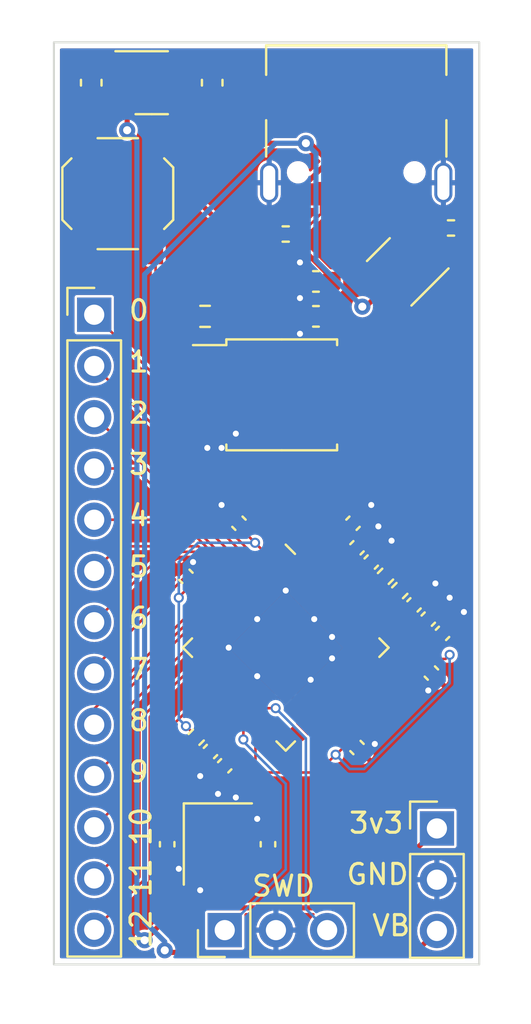
<source format=kicad_pcb>
(kicad_pcb (version 20221018) (generator pcbnew)
  (title_block (title "RP2040-base example") (date "2023-07-30") (rev "0.9") (company "https://github.com/TT-392/RP2040-base-example"))
  (layers (0 "F.Cu" signal) (31 "B.Cu" signal) (34 "B.Paste" user) (35 "F.Paste" user) (36 "B.SilkS" user "B.Silkscreen") (37 "F.SilkS" user "F.Silkscreen") (38 "B.Mask" user) (39 "F.Mask" user) (44 "Edge.Cuts" user))
  (net 0 "")
  (net 1 "/RP2040-base/1V1")
  (net 2 "/RP2040-base/XIN")
  (net 3 "GND")
  (net 4 "/RP2040-base/USB_D+")
  (net 5 "+3V3")
  (net 6 "/RP2040-base/USB_D-")
  (net 7 "Net-(C16-Pad1)")
  (net 8 "/RP2040-base/QSPI_SS")
  (net 9 "/RP2040-base/~{USB_BOOT}")
  (net 10 "/RP2040-base/XOUT")
  (net 11 "/RP2040-base/QSPI_SD1")
  (net 12 "/RP2040-base/QSPI_SD2")
  (net 13 "/RP2040-base/QSPI_SD0")
  (net 14 "/RP2040-base/QSPI_SCLK")
  (net 15 "/RP2040-base/QSPI_SD3")
  (net 16 "/RP2040-base/GPIO0")
  (net 17 "/RP2040-base/GPIO1")
  (net 18 "/RP2040-base/GPIO2")
  (net 19 "/RP2040-base/GPIO3")
  (net 20 "/RP2040-base/GPIO4")
  (net 21 "/RP2040-base/GPIO5")
  (net 22 "/RP2040-base/GPIO6")
  (net 23 "/RP2040-base/GPIO7")
  (net 24 "/RP2040-base/GPIO8")
  (net 25 "/RP2040-base/GPIO9")
  (net 26 "/RP2040-base/GPIO10")
  (net 27 "/RP2040-base/GPIO11")
  (net 28 "/RP2040-base/GPIO12")
  (net 29 "/RP2040-base/GPIO13")
  (net 30 "/RP2040-base/GPIO14")
  (net 31 "/RP2040-base/GPIO15")
  (net 32 "/RP2040-base/SWCLK")
  (net 33 "/RP2040-base/SWD")
  (net 34 "/RP2040-base/GPIO16")
  (net 35 "/RP2040-base/GPIO17")
  (net 36 "/RP2040-base/GPIO18")
  (net 37 "/RP2040-base/GPIO19")
  (net 38 "/RP2040-base/GPIO20")
  (net 39 "/RP2040-base/GPIO21")
  (net 40 "/RP2040-base/GPIO22")
  (net 41 "/RP2040-base/GPIO23")
  (net 42 "/RP2040-base/GPIO24")
  (net 43 "/RP2040-base/GPIO25")
  (net 44 "VBUS")
  (net 45 "/RP2040-base/GPIO29")
  (net 46 "/RP2040-base/GPIO28")
  (net 47 "/RP2040-base/GPIO27")
  (net 48 "/RP2040-base/GPIO26")
  (net 49 "Net-(U3-USB_DP)")
  (net 50 "Net-(U3-USB_DM)")
  (net 51 "Net-(J3-CC1)")
  (net 53 "Net-(J3-CC2)")
  (footprint "RP2040_base:YSX321SL, datasheet recommended measurements" (layer "F.Cu") (at 68.62003 81.743931 -90)
    (fp_text reference "Y1" hide)
    (fp_text value "X322512MSB4SI")
  )
  (footprint "Capacitor_SMD:C_0402_1005Metric" (layer "F.Cu") (at 71.12003 81.743931 90)
    (fp_text reference "C16" hide)
    (fp_text value "30p")
  )
  (footprint "footprints:SOT-23-6_flipped_for_jlcpcb" (layer "F.Cu") (at 77.7 53.375 45)
    (fp_text reference "U2" hide)
    (fp_text value "SRV05-4")
  )
  (footprint "Capacitor_SMD:C_0402_1005Metric" (layer "F.Cu") (at 79.071068 70.585786 45)
    (fp_text reference "C14" hide)
    (fp_text value "1u")
  )
  (footprint "Capacitor_SMD:C_0603_1608Metric" (layer "F.Cu") (at 73.5 53.85 180)
    (fp_text reference "C17" hide)
    (fp_text value "100n")
  )
  (footprint "Capacitor_SMD:C_0603_1608Metric" (layer "F.Cu") (at 68.353827 44 -90)
    (fp_text reference "C1" hide)
    (fp_text value "1u")
  )
  (footprint "Capacitor_SMD:C_0402_1005Metric" (layer "F.Cu") (at 75.535534 67.050253 45)
    (fp_text reference "C11" hide)
    (fp_text value "100n")
  )
  (footprint "Capacitor_SMD:C_0402_1005Metric" (layer "F.Cu") (at 66.12003 81.743931 -90)
    (fp_text reference "C15" hide)
    (fp_text value "30p")
  )
  (footprint "Capacitor_SMD:C_0402_1005Metric" (layer "F.Cu") (at 68.973583 77.854844 -135)
    (fp_text reference "C3" hide)
    (fp_text value "100n")
  )
  (footprint "Connector_PinHeader_2.54mm:PinHeader_1x13_P2.54mm_Vertical" (layer "F.Cu") (at 62.5 55.5)
    (fp_text reference "J2" hide)
    (fp_text value "Conn_01x13")
  )
  (footprint "Capacitor_SMD:C_0402_1005Metric" (layer "F.Cu") (at 75.337544 65.834029 45)
    (fp_text reference "C4" hide)
    (fp_text value "100n")
  )
  (footprint "footprints:SOT-23-3_flipped_for_jlcpcb" (layer "F.Cu") (at 65.353827 44 180)
    (fp_text reference "U1" hide)
    (fp_text value "XC6206P332MR")
  )
  (footprint "Capacitor_SMD:C_0402_1005Metric" (layer "F.Cu") (at 67.050253 68.464466 135)
    (fp_text reference "C7" hide)
    (fp_text value "100n")
  )
  (footprint "RP2040_base:TS-1187A" (layer "F.Cu") (at 63.670282 49.5 90)
    (fp_text reference "SW1" hide)
    (fp_text value "SW_Push")
  )
  (footprint "Resistor_SMD:R_0402_1005Metric" (layer "F.Cu") (at 72 51.5 180)
    (fp_text reference "R2" hide)
    (fp_text value "5k1")
  )
  (footprint "Resistor_SMD:R_0402_1005Metric" (layer "F.Cu") (at 77.656854 69.171573 -135)
    (fp_text reference "R4" hide)
    (fp_text value "27")
  )
  (footprint "footprints:GT-USB-7047C" (layer "F.Cu") (at 75.5 46.99 180)
    (fp_text reference "J3" hide)
    (fp_text value "GT-USB-7047C")
  )
  (footprint "Capacitor_SMD:C_0402_1005Metric" (layer "F.Cu") (at 68.266476 77.147737 -135)
    (fp_text reference "C8" hide)
    (fp_text value "100n")
  )
  (footprint "Connector_PinHeader_2.54mm:PinHeader_1x03_P2.54mm_Vertical" (layer "F.Cu") (at 68.975 86 90)
    (fp_text reference "SWD1" hide)
    (fp_text value "Conn_01x03")
  )
  (footprint "RP2040_base:SOIC-8_5.275x5.275mm_P1.27mm" (layer "F.Cu") (at 71.80201 59.470068 -90)
    (fp_text reference "U4" hide)
    (fp_text value "W25QXXXJV")
  )
  (footprint "Capacitor_SMD:C_0402_1005Metric" (layer "F.Cu") (at 76.242641 67.757359 45)
    (fp_text reference "C12" hide)
    (fp_text value "100n")
  )
  (footprint "Resistor_SMD:R_0402_1005Metric" (layer "F.Cu") (at 80.2 51.2)
    (fp_text reference "R1" hide)
    (fp_text value "5k1")
  )
  (footprint "Capacitor_SMD:C_0402_1005Metric" (layer "F.Cu") (at 79.778175 71.292893 45)
    (fp_text reference "C5" hide)
    (fp_text value "100n")
  )
  (footprint "Capacitor_SMD:C_0402_1005Metric" (layer "F.Cu") (at 69.68069 65.834029 135)
    (fp_text reference "C6" hide)
    (fp_text value "100n")
  )
  (footprint "Capacitor_SMD:C_0402_1005Metric" (layer "F.Cu") (at 79.226631 73.25865 -45)
    (fp_text reference "C10" hide)
    (fp_text value "100n")
  )
  (footprint "Resistor_SMD:R_0402_1005Metric" (layer "F.Cu") (at 76.949747 68.464466 -135)
    (fp_text reference "R3" hide)
    (fp_text value "27")
  )
  (footprint "Capacitor_SMD:C_0402_1005Metric" (layer "F.Cu") (at 78.363961 69.87868 45)
    (fp_text reference "C13" hide)
    (fp_text value "1u")
  )
  (footprint "Package_DFN_QFN:QFN-56-1EP_7x7mm_P0.4mm_EP3.2x3.2mm" (layer "F.Cu") (at 72 72 -45)
    (fp_text reference "U3" hide)
    (fp_text value "RP2040")
  )
  (footprint "Capacitor_SMD:C_0402_1005Metric" (layer "F.Cu") (at 75.535534 76.949747 -45)
    (fp_text reference "C9" hide)
    (fp_text value "100n")
  )
  (footprint "Capacitor_SMD:C_0603_1608Metric" (layer "F.Cu") (at 73.5 55.580981 180)
    (fp_text reference "C18" hide)
    (fp_text value "10n")
  )
  (footprint "Resistor_SMD:R_0402_1005Metric" (layer "F.Cu") (at 67.559369 76.440631 -135)
    (fp_text reference "R5" hide)
    (fp_text value "1k")
  )
  (footprint "Capacitor_SMD:C_0603_1608Metric" (layer "F.Cu") (at 62.353827 44 90)
    (fp_text reference "C2" hide)
    (fp_text value "1u")
  )
  (footprint "Resistor_SMD:R_0603_1608Metric" (layer "F.Cu") (at 68 55.580981 180)
    (fp_text reference "R6" hide)
    (fp_text value "1k")
  )
  (footprint "Connector_PinHeader_2.54mm:PinHeader_1x03_P2.54mm_Vertical" (layer "F.Cu") (at 79.5 80.96)
    (fp_text reference "J1" hide)
    (fp_text value "Conn_01x03")
  )
  (gr_rect (start 60.5 42) (end 81.6 87.7) (stroke (width 0.1)) (fill none) (layer "Edge.Cuts"))
  (gr_text "12" (at 65.405 86.995 90) (layer "F.SilkS") (effects (font (size 1 1) (thickness 0.153)) (justify left bottom)))
  (gr_text "8\n" (at 64.135 76.2) (layer "F.SilkS") (effects (font (size 1 1) (thickness 0.153)) (justify left bottom)))
  (gr_text "2" (at 64.135 60.96) (layer "F.SilkS") (effects (font (size 1 1) (thickness 0.153)) (justify left bottom)))
  (gr_text "1" (at 64.135 58.42) (layer "F.SilkS") (effects (font (size 1 1) (thickness 0.153)) (justify left bottom)))
  (gr_text "GND" (at 74.93 83.82) (layer "F.SilkS") (effects (font (size 1 1) (thickness 0.153)) (justify left bottom)))
  (gr_text "5" (at 64.135 68.58) (layer "F.SilkS") (effects (font (size 1 1) (thickness 0.153)) (justify left bottom)))
  (gr_text "10" (at 65.405 81.915 90) (layer "F.SilkS") (effects (font (size 1 1) (thickness 0.153)) (justify left bottom)))
  (gr_text "VB" (at 76.2 86.36) (layer "F.SilkS") (effects (font (size 1 1) (thickness 0.153)) (justify left bottom)))
  (gr_text "3" (at 64.135 63.5) (layer "F.SilkS") (effects (font (size 1 1) (thickness 0.153)) (justify left bottom)))
  (gr_text "SWD\n" (at 70.245 84.4) (layer "F.SilkS") (effects (font (size 1 1) (thickness 0.153)) (justify left bottom)))
  (gr_text "4" (at 64.135 66.04) (layer "F.SilkS") (effects (font (size 1 1) (thickness 0.153)) (justify left bottom)))
  (gr_text "0" (at 64.135 55.88) (layer "F.SilkS") (effects (font (size 1 1) (thickness 0.153)) (justify left bottom)))
  (gr_text "11" (at 65.405 84.455 90) (layer "F.SilkS") (effects (font (size 1 1) (thickness 0.153)) (justify left bottom)))
  (gr_text "9\n" (at 64.135 78.74) (layer "F.SilkS") (effects (font (size 1 1) (thickness 0.153)) (justify left bottom)))
  (gr_text "7" (at 64.135 73.66) (layer "F.SilkS") (effects (font (size 1 1) (thickness 0.153)) (justify left bottom)))
  (gr_text "3v3" (at 75.057 81.28) (layer "F.SilkS") (effects (font (size 1 1) (thickness 0.153)) (justify left bottom)))
  (gr_text "6" (at 64.135 71.12) (layer "F.SilkS") (effects (font (size 1 1) (thickness 0.153)) (justify left bottom)))
  (segment (start 75.436456 71.109129) (end 75.082362 71.109129) (width 0.127) (layer "F.Cu") (net 1))
  (segment (start 74.568225 69.148933) (end 74.289258 69.427899) (width 0.127) (layer "F.Cu") (net 1))
  (segment (start 73.06066 74.474874) (end 75.082362 72.453172) (width 0.127) (layer "F.Cu") (net 1))
  (segment (start 74.998133 66.17344) (end 74.568225 66.603348) (width 0.127) (layer "F.Cu") (net 1))
  (segment (start 74.022242 70.049009) (end 74.022242 69.694915) (width 0.127) (layer "F.Cu") (net 1))
  (segment (start 76.327494 70.218091) (end 75.703472 70.842113) (width 0.127) (layer "F.Cu") (net 1))
  (segment (start 75.082362 71.109129) (end 74.022242 70.049009) (width 0.127) (layer "F.Cu") (net 1))
  (segment (start 69.312994 75.535534) (end 69.993585 74.854944) (width 0.127) (layer "F.Cu") (net 1))
  (segment (start 70.373654 74.474874) (end 73.06066 74.474874) (width 0.127) (layer "F.Cu") (net 1))
  (segment (start 69.993585 74.854944) (end 70.373654 74.474874) (width 0.127) (layer "F.Cu") (net 1))
  (segment (start 74.568225 66.603348) (end 74.568225 69.148933) (width 0.127) (layer "F.Cu") (net 1))
  (segment (start 74.022242 69.694915) (end 74.289258 69.427899) (width 0.127) (layer "F.Cu") (net 1))
  (segment (start 75.703472 70.842113) (end 75.436456 71.109129) (width 0.127) (layer "F.Cu") (net 1))
  (segment (start 78.02455 70.218091) (end 76.327494 70.218091) (width 0.127) (layer "F.Cu") (net 1))
  (segment (start 75.082362 72.453172) (end 75.082362 71.109129) (width 0.127) (layer "F.Cu") (net 1))
  (segment (start 69.312994 77.515433) (end 69.312994 75.535534) (width 0.127) (layer "F.Cu") (net 1))
  (segment (start 68 80.78695) (end 66.166369 78.953319) (width 0.127) (layer "F.Cu") (net 2))
  (segment (start 66.12003 81.263932) (end 68 81.263932) (width 0.127) (layer "F.Cu") (net 2))
  (segment (start 68 81.263932) (end 68 80.78695) (width 0.127) (layer "F.Cu") (net 2))
  (segment (start 67.863425 75.288047) (end 69.145056 74.006415) (width 0.127) (layer "F.Cu") (net 2))
  (segment (start 66.166369 78.953319) (end 66.166369 76.065864) (width 0.127) (layer "F.Cu") (net 2))
  (segment (start 66.166369 76.065864) (end 66.944187 75.288047) (width 0.127) (layer "F.Cu") (net 2))
  (segment (start 66.944187 75.288047) (end 67.863425 75.288047) (width 0.127) (layer "F.Cu") (net 2))
  (segment (start 75.874945 66.710842) (end 75.874946 66.710842) (width 0.254) (layer "F.Cu") (net 3))
  (via (at 67.757359 84.020815) (size 0.5) (drill 0.3) (layers "F.Cu" "B.Cu") (net 3))
  (via (at 73.414214 70.585786) (size 0.5) (drill 0.3) (layers "F.Cu" "B.Cu") (net 3))
  (via (at 74.298097 72.53033) (size 0.5) (drill 0.3) (layers "F.Cu" "B.Cu") (net 3))
  (via (at 80.131728 69.525126) (size 0.5) (drill 0.3) (layers "F.Cu" "B.Cu") (net 3))
  (via (at 69.525126 61.393398) (size 0.5) (drill 0.3) (layers "F.Cu" "B.Cu") (net 3))
  (via (at 68.641243 79.247845) (size 0.5) (drill 0.3) (layers "F.Cu" "B.Cu") (net 3))
  (via (at 76.419417 76.772971) (size 0.5) (drill 0.3) (layers "F.Cu" "B.Cu") (net 3))
  (via (at 77.25 66.7) (size 0.5) (drill 0.3) (layers "F.Cu" "B.Cu") (net 3))
  (via (at 69.171573 72) (size 0.5) (drill 0.3) (layers "F.Cu" "B.Cu") (net 3))
  (via (at 69.525126 79.424621) (size 0.5) (drill 0.3) (layers "F.Cu" "B.Cu") (net 3))
  (via (at 74.298097 71.46967) (size 0.5) (drill 0.3) (layers "F.Cu" "B.Cu") (net 3))
  (via (at 79.424621 68.818019) (size 0.5) (drill 0.3) (layers "F.Cu" "B.Cu") (net 3))
  (via (at 72.707107 56.443651) (size 0.5) (drill 0.3) (layers "F.Cu" "B.Cu") (net 3))
  (via (at 79.071068 74.12132) (size 0.5) (drill 0.3) (layers "F.Cu" "B.Cu") (net 3))
  (via (at 68.818019 62.100505) (size 0.5) (drill 0.3) (layers "F.Cu" "B.Cu") (net 3))
  (via (at 68.818019 64.928932) (size 0.5) (drill 0.3) (layers "F.Cu" "B.Cu") (net 3))
  (via (at 70.585786 80.485281) (size 0.5) (drill 0.3) (layers "F.Cu" "B.Cu") (net 3))
  (via (at 72.707107 54.675884) (size 0.5) (drill 0.3) (layers "F.Cu" "B.Cu") (net 3))
  (via (at 72.707107 52.908117) (size 0.5) (drill 0.3) (layers "F.Cu" "B.Cu") (net 3))
  (via (at 73.237437 73.59099) (size 0.5) (drill 0.3) (layers "F.Cu" "B.Cu") (net 3))
  (via (at 70.585786 70.585786) (size 0.5) (drill 0.3) (layers "F.Cu" "B.Cu") (net 3))
  (via (at 67.757359 78.363961) (size 0.5) (drill 0.3) (layers "F.Cu" "B.Cu") (net 3))
  (via (at 66.696699 82.960155) (size 0.5) (drill 0.3) (layers "F.Cu" "B.Cu") (net 3))
  (via (at 67.403806 67.757359) (size 0.5) (drill 0.3) (layers "F.Cu" "B.Cu") (net 3))
  (via (at 68.110913 62.100505) (size 0.5) (drill 0.3) (layers "F.Cu" "B.Cu") (net 3))
  (via (at 76.596194 65.989592) (size 0.5) (drill 0.3) (layers "F.Cu" "B.Cu") (net 3))
  (via (at 80.838835 70.232233) (size 0.5) (drill 0.3) (layers "F.Cu" "B.Cu") (net 3))
  (via (at 72 69.171573) (size 0.5) (drill 0.3) (layers "F.Cu" "B.Cu") (net 3))
  (via (at 70.585786 73.414214) (size 0.5) (drill 0.3) (layers "F.Cu" "B.Cu") (net 3))
  (via (at 76.242641 64.928932) (size 0.5) (drill 0.3) (layers "F.Cu" "B.Cu") (net 3))
  (segment (start 78.17538 54.676085) (end 77.467417 54.676085) (width 0.127) (layer "F.Cu") (net 4))
  (segment (start 74.75 51.25) (end 74.75 49.5) (width 0.127) (layer "F.Cu") (net 4))
  (segment (start 77.8 53.775) (end 76.270353 52.245353) (width 0.127) (layer "F.Cu") (net 4))
  (segment (start 75.05 51.55) (end 74.75 51.25) (width 0.127) (layer "F.Cu") (net 4))
  (segment (start 78.6365 55.137205) (end 78.6365 66.249286) (width 1) (layer "F.Cu") (net 4))
  (segment (start 77.8 54.343502) (end 77.8 53.775) (width 0.127) (layer "F.Cu") (net 4))
  (segment (start 78.343607 66.956393) (end 77.568255 67.731745) (width 1) (layer "F.Cu") (net 4))
  (segment (start 75.05 51.55) (end 75.05 51.550705) (width 1) (layer "F.Cu") (net 4))
  (segment (start 75.05 51.550705) (end 75.744647 52.245353) (width 1) (layer "F.Cu") (net 4))
  (segment (start 78.6365 55.137205) (end 78.17538 54.676085) (width 0.127) (layer "F.Cu") (net 4))
  (segment (start 77.467417 54.676085) (end 77.8 54.343502) (width 0.127) (layer "F.Cu") (net 4))
  (segment (start 76.270353 52.245353) (end 75.744647 52.245353) (width 0.127) (layer "F.Cu") (net 4))
  (arc (start 78.6365 66.249286) (mid 78.56038 66.631969) (end 78.343607 66.956393) (width 1) (layer "F.Cu") (net 4))
  (segment (start 76.906204 64.972476) (end 76.906204 58.521428) (width 0.127) (layer "F.Cu") (net 5))
  (segment (start 70.13 52.35) (end 66.775 48.995) (width 0.254) (layer "F.Cu") (net 5))
  (segment (start 75.917372 68.110913) (end 76.582759 68.110913) (width 0.127) (layer "F.Cu") (net 5))
  (segment (start 70.5 78.187184) (end 70.5 76.045585) (width 0.127) (layer "F.Cu") (net 5))
  (segment (start 75.903229 68.096771) (end 75.691097 68.308903) (width 0.127) (layer "F.Cu") (net 5))
  (segment (start 64.041327 44.775) (end 64.216327 44.95) (width 0.254) (layer "F.Cu") (net 5))
  (segment (start 76.596194 72.919239) (end 78.88722 72.919239) (width 0.127) (layer "F.Cu") (net 5))
  (segment (start 75.564 84.896) (end 66.604 84.896) (width 0.254) (layer "F.Cu") (net 5))
  (segment (start 74.344777 57.044777) (end 74.344777 53.744777) (width 0.254) (layer "F.Cu") (net 5))
  (segment (start 75.949844 57.565068) (end 75.40201 57.565068) (width 0.127) (layer "F.Cu") (net 5))
  (segment (start 76.539626 71.13733) (end 76.269157 71.407798) (width 0.127) (layer "F.Cu") (net 5))
  (segment (start 78.88722 72.919239) (end 79.247845 72.558614) (width 0.127) (layer "F.Cu") (net 5))
  (segment (start 75.691097 69.157431) (end 74.854944 69.993585) (width 0.127) (layer "F.Cu") (net 5))
  (segment (start 79.5 80.96) (end 75.564 84.896) (width 0.254) (layer "F.Cu") (net 5))
  (segment (start 75.196123 66.682557) (end 76.906204 64.972476) (width 0.127) (layer "F.Cu") (net 5))
  (segment (start 76.269157 72.592202) (end 76.596194 72.919239) (width 0.127) (layer "F.Cu") (net 5))
  (segment (start 75.903229 68.096771) (end 75.917372 68.110913) (width 0.127) (layer "F.Cu") (net 5))
  (segment (start 78.731657 70.925198) (end 79.438763 71.632304) (width 0.127) (layer "F.Cu") (net 5))
  (segment (start 78.731657 70.925198) (end 77.600286 70.925198) (width 0.127) (layer "F.Cu") (net 5))
  (segment (start 74.983991 69.298852) (end 74.572101 69.710742) (width 0.127) (layer "F.Cu") (net 5))
  (segment (start 77.105311 71.13733) (end 76.539626 71.13733) (width 0.127) (layer "F.Cu") (net 5))
  (segment (start 66.604 84.896) (end 65 86.5) (width 0.254) (layer "F.Cu") (net 5))
  (segment (start 74.474874 77.303301) (end 73.590991 78.187184) (width 0.127) (layer "F.Cu") (net 5))
  (segment (start 66.696699 69.525126) (end 66.696699 69.496842) (width 0.127) (layer "F.Cu") (net 5))
  (segment (start 75.196123 67.389664) (end 75.196123 67.417948) (width 0.127) (layer "F.Cu") (net 5))
  (segment (start 74.474874 75.889087) (end 73.723573 75.137786) (width 0.127) (layer "F.Cu") (net 5))
  (segment (start 77.458864 70.783776) (end 76.327494 70.783776) (width 0.127) (layer "F.Cu") (net 5))
  (segment (start 70.5 76.045585) (end 70.842113 75.703472) (width 0.127) (layer "F.Cu") (net 5))
  (segment (start 76.327494 70.783776) (end 75.986314 71.124955) (width 0.127) (layer "F.Cu") (net 5))
  (segment (start 65.725 44.95) (end 64.216327 44.95) (width 0.254) (layer "F.Cu") (net 5))
  (segment (start 75.196123 67.417948) (end 75.874945 68.096771) (width 0.127) (layer "F.Cu") (net 5))
  (segment (start 77.600286 70.925198) (end 77.458864 70.783776) (width 0.127) (layer "F.Cu") (net 5))
  (segment (start 73.590991 78.187184) (end 70.055456 78.187184) (width 0.127) (layer "F.Cu") (net 5))
  (segment (start 68.605887 76.808326) (end 67.969491 76.808326) (width 0.127) (layer "F.Cu") (net 5))
  (segment (start 79.247845 72.558614) (end 79.926667 72.558614) (width 0.127) (layer "F.Cu") (net 5))
  (segment (start 79.438763 71.632304) (end 79.247845 71.823223) (width 0.127) (layer "F.Cu") (net 5))
  (segment (start 75.691097 68.308903) (end 75.691097 69.157431) (width 0.127) (layer "F.Cu") (net 5))
  (segment (start 68.605887 76.808326) (end 68.605887 75.676955) (width 0.127) (layer "F.Cu") (net 5))
  (segment (start 71.407798 67.730843) (end 70.020101 66.343146) (width 0.127) (layer "F.Cu") (net 5))
  (segment (start 74.865068 57.565068) (end 74.344777 57.044777) (width 0.254) (layer "F.Cu") (net 5))
  (segment (start 67.969491 76.808326) (end 67.050253 75.889087) (width 0.127) (layer "F.Cu") (net 5))
  (segment (start 75.196123 67.389664) (end 75.196123 66.682557) (width 0.127) (layer "F.Cu") (net 5))
  (segment (start 77.600286 71.632304) (end 77.105311 71.13733) (width 0.127) (layer "F.Cu") (net 5))
  (segment (start 72.95 52.35) (end 70.13 52.35) (width 0.254) (layer "F.Cu") (net 5))
  (segment (start 62.353827 44.775) (end 64.041327 44.775) (width 0.254) (layer "F.Cu") (net 5))
  (segment (start 66.775 48.995) (end 66.775 46) (width 0.254) (layer "F.Cu") (net 5))
  (segment (start 75.40201 57.565068) (end 74.865068 57.565068) (width 0.254) (layer "F.Cu") (net 5))
  (segment (start 66.775 46) (end 65.725 44.95) (width 0.254) (layer "F.Cu") (net 5))
  (segment (start 75.874945 68.096771) (end 75.903229 68.096771) (width 0.127) (layer "F.Cu") (net 5))
  (segment (start 74.983991 67.601796) (end 74.983991 69.298852) (width 0.127) (layer "F.Cu") (net 5))
  (segment (start 64.135 45.031327) (end 64.216327 44.95) (width 0.254) (layer "F.Cu") (net 5))
  (segment (start 76.582759 68.110913) (end 78.731657 70.25981) (width 0.127) (layer "F.Cu") (net 5))
  (segment (start 64.135 46.355) (end 64.135 45.031327) (width 0.254) (layer "F.Cu") (net 5))
  (segment (start 74.503158 77.303301) (end 74.474874 77.303301) (width 0.127) (layer "F.Cu") (net 5))
  (segment (start 74.474874 75.889087) (end 75.196123 76.610336) (width 0.127) (layer "F.Cu") (net 5))
  (segment (start 68.605887 77.473714) (end 68.605887 76.808326) (width 0.127) (layer "F.Cu") (net 5))
  (segment (start 70.47972 66.802765) (end 70.020101 66.343146) (width 0.127) (layer "F.Cu") (net 5))
  (segment (start 68.605887 75.676955) (end 69.710742 74.572101) (width 0.127) (layer "F.Cu") (net 5))
  (segment (start 70.020101 66.343146) (end 70.020101 66.17344) (width 0.127) (layer "F.Cu") (net 5))
  (segment (start 76.906204 58.521428) (end 75.949844 57.565068) (width 0.127) (layer "F.Cu") (net 5))
  (segment (start 79.247845 71.823223) (end 79.247845 72.558614) (width 0.127) (layer "F.Cu") (net 5))
  (segment (start 74.344777 53.744777) (end 72.95 52.35) (width 0.254) (layer "F.Cu") (net 5))
  (segment (start 75.196123 67.389664) (end 74.983991 67.601796) (width 0.127) (layer "F.Cu") (net 5))
  (segment (start 78.731657 70.25981) (end 78.731657 70.925198) (width 0.127) (layer "F.Cu") (net 5))
  (segment (start 69.319358 78.187184) (end 68.605887 77.473714) (width 0.127) (layer "F.Cu") (net 5))
  (segment (start 70.055456 78.187184) (end 69.319358 78.187184) (width 0.127) (layer "F.Cu") (net 5))
  (segment (start 75.196123 76.610336) (end 74.503158 77.303301) (width 0.127) (layer "F.Cu") (net 5))
  (segment (start 70.055456 78.187184) (end 70.5 78.187184) (width 0.127) (layer "F.Cu") (net 5))
  (segment (start 79.926667 72.558614) (end 80.131728 72.353553) (width 0.127) (layer "F.Cu") (net 5))
  (segment (start 66.696699 69.496842) (end 67.389664 68.803877) (width 0.127) (layer "F.Cu") (net 5))
  (segment (start 67.389664 68.803877) (end 68.862214 70.276427) (width 0.127) (layer "F.Cu") (net 5))
  (segment (start 79.438763 71.632304) (end 77.600286 71.632304) (width 0.127) (layer "F.Cu") (net 5))
  (via (at 65 86.5) (size 0.8) (drill 0.4) (layers "F.Cu" "B.Cu") (net 5))
  (via (at 64.135 46.355) (size 0.8) (drill 0.4) (layers "F.Cu" "B.Cu") (net 5))
  (via (at 74.474874 77.303301) (size 0.5) (drill 0.3) (layers "F.Cu" "B.Cu") (net 5))
  (via (at 66.696699 69.525126) (size 0.5) (drill 0.3) (layers "F.Cu" "B.Cu") (net 5))
  (via (at 67.050253 75.889087) (size 0.5) (drill 0.3) (layers "F.Cu" "B.Cu") (net 5))
  (via (at 80.131728 72.353553) (size 0.5) (drill 0.3) (layers "F.Cu" "B.Cu") (net 5))
  (via (at 70.47972 66.802765) (size 0.5) (drill 0.3) (layers "F.Cu" "B.Cu") (net 5))
  (segment (start 66.696699 75.535534) (end 67.050253 75.889087) (width 0.127) (layer "B.Cu") (net 5))
  (segment (start 66.696699 69.525126) (end 66.696699 75.535534) (width 0.127) (layer "B.Cu") (net 5))
  (segment (start 75.181981 78.010408) (end 75.889087 78.010408) (width 0.127) (layer "B.Cu") (net 5))
  (segment (start 67.651293 66.802765) (end 70.47972 66.802765) (width 0.127) (layer "B.Cu") (net 5))
  (segment (start 66.696699 69.525126) (end 66.696699 67.757359) (width 0.127) (layer "B.Cu") (net 5))
  (segment (start 66.696699 67.757359) (end 67.651293 66.802765) (width 0.127) (layer "B.Cu") (net 5))
  (segment (start 80.131728 73.767767) (end 80.131728 72.353553) (width 0.127) (layer "B.Cu") (net 5))
  (segment (start 64.619 52.07) (end 64.619 46.839) (width 0.254) (layer "B.Cu") (net 5))
  (segment (start 64.619 52.07) (end 64.619 86.119) (width 0.254) (layer "B.Cu") (net 5))
  (segment (start 74.474874 77.303301) (end 75.181981 78.010408) (width 0.127) (layer "B.Cu") (net 5))
  (segment (start 75.889087 78.010408) (end 80.131728 73.767767) (width 0.127) (layer "B.Cu") (net 5))
  (segment (start 64.619 46.839) (end 64.135 46.355) (width 0.254) (layer "B.Cu") (net 5))
  (segment (start 64.619 86.119) (end 65 86.5) (width 0.254) (layer "B.Cu") (net 5))
  (segment (start 79.001085 53.575) (end 79.176085 53.75) (width 0.127) (layer "F.Cu") (net 6))
  (segment (start 76.25 51.522656) (end 78.302344 53.575) (width 0.127) (layer "F.Cu") (net 6))
  (segment (start 79.176085 53.75) (end 79.176085 54.082266) (width 0.127) (layer "F.Cu") (net 6))
  (segment (start 78.302344 53.575) (end 79.001085 53.575) (width 0.127) (layer "F.Cu") (net 6))
  (segment (start 79.7635 54.669681) (end 79.7635 66.255468) (width 1) (layer "F.Cu") (net 6))
  (segment (start 76.25 49.5) (end 76.25 51.522656) (width 0.127) (layer "F.Cu") (net 6))
  (segment (start 79.176085 53.167417) (end 79.176085 53.75) (width 0.127) (layer "F.Cu") (net 6))
  (segment (start 79.140516 67.759484) (end 78.3 68.6) (width 1) (layer "F.Cu") (net 6))
  (segment (start 79.176085 54.082266) (end 79.7635 54.669681) (width 0.127) (layer "F.Cu") (net 6))
  (arc (start 79.7635 66.255468) (mid 79.601592 67.069436) (end 79.140516 67.759484) (width 1) (layer "F.Cu") (net 6))
  (segment (start 67.198745 78.498745) (end 68.67953 79.97953) (width 0.127) (layer "F.Cu") (net 7))
  (segment (start 67.198745 76.801255) (end 67.198745 78.498745) (width 0.127) (layer "F.Cu") (net 7))
  (segment (start 68.67953 82.053431) (end 69.47003 82.843931) (width 0.127) (layer "F.Cu") (net 7))
  (segment (start 68.67953 79.97953) (end 68.67953 82.053431) (width 0.127) (layer "F.Cu") (net 7))
  (segment (start 69.47003 82.843931) (end 70.50003 82.843931) (width 0.127) (layer "F.Cu") (net 7))
  (segment (start 70.50003 82.843931) (end 71.12003 82.223931) (width 0.127) (layer "F.Cu") (net 7))
  (segment (start 68.20201 57.565068) (end 67.343049 57.565068) (width 0.127) (layer "F.Cu") (net 8))
  (segment (start 66.852263 58.055854) (end 66.852263 61.990904) (width 0.127) (layer "F.Cu") (net 8))
  (segment (start 67.343049 57.565068) (end 66.852263 58.055854) (width 0.127) (layer "F.Cu") (net 8))
  (segment (start 68.825 55.580981) (end 68.20201 56.203971) (width 0.127) (layer "F.Cu") (net 8))
  (segment (start 68.20201 56.203971) (end 68.20201 57.565068) (width 0.127) (layer "F.Cu") (net 8))
  (segment (start 66.852263 61.990904) (end 72.592202 67.730843) (width 0.127) (layer "F.Cu") (net 8))
  (segment (start 65.545282 52.5) (end 65.545282 53.951263) (width 0.127) (layer "F.Cu") (net 9))
  (segment (start 67.175 55.580981) (end 65.545282 53.951263) (width 0.127) (layer "F.Cu") (net 9))
  (segment (start 65.545282 52.5) (end 65.545282 46.5) (width 0.127) (layer "F.Cu") (net 9))
  (segment (start 67.919994 76.080006) (end 67.919994 75.797163) (width 0.127) (layer "F.Cu") (net 10))
  (segment (start 67.919994 75.797163) (end 69.427899 74.289258) (width 0.127) (layer "F.Cu") (net 10))
  (segment (start 73.142061 67.392576) (end 72.644174 66.894689) (width 0.127) (layer "F.Cu") (net 11))
  (segment (start 73.142061 67.746669) (end 73.142061 67.392576) (width 0.127) (layer "F.Cu") (net 11))
  (segment (start 72.644174 66.894689) (end 72.155563 66.894689) (width 0.127) (layer "F.Cu") (net 11))
  (segment (start 67.205816 61.944942) (end 67.205816 59.116514) (width 0.127) (layer "F.Cu") (net 11))
  (segment (start 72.155563 66.894689) (end 67.205816 61.944942) (width 0.127) (layer "F.Cu") (net 11))
  (segment (start 72.875045 68.013686) (end 73.142061 67.746669) (width 0.127) (layer "F.Cu") (net 11))
  (segment (start 67.487262 58.835068) (end 68.20201 58.835068) (width 0.127) (layer "F.Cu") (net 11))
  (segment (start 67.205816 59.116514) (end 67.487262 58.835068) (width 0.127) (layer "F.Cu") (net 11))
  (segment (start 68.20201 60.105067) (end 68.901476 60.105067) (width 0.127) (layer "F.Cu") (net 12))
  (segment (start 73.424904 68.029512) (end 73.157887 68.296528) (width 0.127) (layer "F.Cu") (net 12))
  (segment (start 68.901476 60.105067) (end 70.055456 61.259048) (width 0.127) (layer "F.Cu") (net 12))
  (segment (start 73.424904 67.316208) (end 73.424904 68.029512) (width 0.127) (layer "F.Cu") (net 12))
  (segment (start 70.055456 63.946761) (end 73.424904 67.316208) (width 0.127) (layer "F.Cu") (net 12))
  (segment (start 70.055456 61.259048) (end 70.055456 63.946761) (width 0.127) (layer "F.Cu") (net 12))
  (segment (start 73.707746 68.312355) (end 73.44073 68.579371) (width 0.127) (layer "F.Cu") (net 13))
  (segment (start 73.707746 62.514079) (end 73.707746 68.312355) (width 0.127) (layer "F.Cu") (net 13))
  (segment (start 75.40201 61.375068) (end 74.846757 61.375068) (width 0.127) (layer "F.Cu") (net 13))
  (segment (start 74.846757 61.375068) (end 73.707746 62.514079) (width 0.127) (layer "F.Cu") (net 13))
  (segment (start 73.995322 68.590464) (end 73.995322 64.063295) (width 0.127) (layer "F.Cu") (net 14))
  (segment (start 76.398204 60.530728) (end 75.972544 60.105067) (width 0.127) (layer "F.Cu") (net 14))
  (segment (start 73.995322 64.063295) (end 76.398204 61.660413) (width 0.127) (layer "F.Cu") (net 14))
  (segment (start 75.972544 60.105067) (end 75.40201 60.105067) (width 0.127) (layer "F.Cu") (net 14))
  (segment (start 73.723573 68.862214) (end 73.995322 68.590464) (width 0.127) (layer "F.Cu") (net 14))
  (segment (start 76.398204 61.660413) (end 76.398204 60.530728) (width 0.127) (layer "F.Cu") (net 14))
  (segment (start 74.006415 69.145056) (end 74.314225 68.837247) (width 0.127) (layer "F.Cu") (net 15))
  (segment (start 74.314225 68.837247) (end 74.314225 64.103603) (width 0.127) (layer "F.Cu") (net 15))
  (segment (start 74.314225 64.103603) (end 76.652204 61.765624) (width 0.127) (layer "F.Cu") (net 15))
  (segment (start 76.652204 59.370514) (end 76.116758 58.835068) (width 0.127) (layer "F.Cu") (net 15))
  (segment (start 76.116758 58.835068) (end 75.40201 58.835068) (width 0.127) (layer "F.Cu") (net 15))
  (segment (start 76.652204 61.765624) (end 76.652204 59.370514) (width 0.127) (layer "F.Cu") (net 15))
  (segment (start 66 59) (end 62.5 55.5) (width 0.127) (layer "F.Cu") (net 16))
  (segment (start 71.013686 68.013686) (end 66 63) (width 0.127) (layer "F.Cu") (net 16))
  (segment (start 71.124955 68.013686) (end 71.013686 68.013686) (width 0.127) (layer "F.Cu") (net 16))
  (segment (start 66 63) (end 66 59) (width 0.127) (layer "F.Cu") (net 16))
  (segment (start 65.685585 61.225585) (end 62.5 58.04) (width 0.127) (layer "F.Cu") (net 17))
  (segment (start 65.685585 63.14) (end 65.685585 61.225585) (width 0.127) (layer "F.Cu") (net 17))
  (segment (start 70.842113 68.296528) (end 65.685585 63.14) (width 0.127) (layer "F.Cu") (net 17))
  (segment (start 70.55927 68.579371) (end 62.559899 60.58) (width 0.127) (layer "F.Cu") (net 18))
  (segment (start 62.559899 60.58) (end 62.5 60.58) (width 0.127) (layer "F.Cu") (net 18))
  (segment (start 64.534213 63.12) (end 62.5 63.12) (width 0.127) (layer "F.Cu") (net 19))
  (segment (start 70.276427 68.862214) (end 64.534213 63.12) (width 0.127) (layer "F.Cu") (net 19))
  (segment (start 69.993585 69.145056) (end 69.993585 68.9902) (width 0.127) (layer "F.Cu") (net 20))
  (segment (start 69.993585 68.9902) (end 69.726568 68.723183) (width 0.127) (layer "F.Cu") (net 20))
  (segment (start 69.726568 68.671565) (end 66.715003 65.66) (width 0.127) (layer "F.Cu") (net 20))
  (segment (start 66.715003 65.66) (end 62.5 65.66) (width 0.127) (layer "F.Cu") (net 20))
  (segment (start 69.726568 68.723183) (end 69.726568 68.671565) (width 0.127) (layer "F.Cu") (net 20))
  (segment (start 67.672883 66.97709) (end 63.72291 66.97709) (width 0.127) (layer "F.Cu") (net 21))
  (segment (start 68.2 67.917157) (end 68.2 67.504207) (width 0.127) (layer "F.Cu") (net 21))
  (segment (start 63.72291 66.97709) (end 62.5 68.2) (width 0.127) (layer "F.Cu") (net 21))
  (segment (start 69.710742 69.427899) (end 68.2 67.917157) (width 0.127) (layer "F.Cu") (net 21))
  (segment (start 68.2 67.504207) (end 67.672883 66.97709) (width 0.127) (layer "F.Cu") (net 21))
  (segment (start 67.9 67.563417) (end 67.586583 67.25) (width 0.127) (layer "F.Cu") (net 22))
  (segment (start 67.9 68.182843) (end 67.9 67.563417) (width 0.127) (layer "F.Cu") (net 22))
  (segment (start 67.586583 67.25) (end 65.99 67.25) (width 0.127) (layer "F.Cu") (net 22))
  (segment (start 69.427899 69.710742) (end 67.9 68.182843) (width 0.127) (layer "F.Cu") (net 22))
  (segment (start 65.99 67.25) (end 62.5 70.74) (width 0.127) (layer "F.Cu") (net 22))
  (segment (start 68.25 68.95) (end 67.554173 68.254173) (width 0.127) (layer "F.Cu") (net 23))
  (segment (start 62.5 73.001285) (end 62.5 73.28) (width 0.127) (layer "F.Cu") (net 23))
  (segment (start 68.25 69.098529) (end 68.25 68.95) (width 0.127) (layer "F.Cu") (net 23))
  (segment (start 67.554173 68.254173) (end 67.247112 68.254173) (width 0.127) (layer "F.Cu") (net 23))
  (segment (start 67.247112 68.254173) (end 62.5 73.001285) (width 0.127) (layer "F.Cu") (net 23))
  (segment (start 69.145056 69.993585) (end 68.25 69.098529) (width 0.127) (layer "F.Cu") (net 23))
  (segment (start 68.579371 70.55927) (end 68.312854 70.292753) (width 0.127) (layer "F.Cu") (net 24))
  (segment (start 67.240048 70.292753) (end 62.5 75.032801) (width 0.127) (layer "F.Cu") (net 24))
  (segment (start 68.312854 70.292753) (end 67.240048 70.292753) (width 0.127) (layer "F.Cu") (net 24))
  (segment (start 62.5 75.032801) (end 62.5 75.82) (width 0.127) (layer "F.Cu") (net 24))
  (segment (start 63.5405 77.3195) (end 62.5 78.36) (width 0.127) (layer "F.Cu") (net 25))
  (segment (start 68.029511 70.575096) (end 67.675419 70.575096) (width 0.127) (layer "F.Cu") (net 25))
  (segment (start 67.675419 70.575096) (end 67.646576 70.603939) (width 0.127) (layer "F.Cu") (net 25))
  (segment (start 67.646576 70.603939) (end 67.287366 70.603939) (width 0.127) (layer "F.Cu") (net 25))
  (segment (start 63.5405 74.350805) (end 63.5405 77.3195) (width 0.127) (layer "F.Cu") (net 25))
  (segment (start 67.287366 70.603939) (end 63.5405 74.350805) (width 0.127) (layer "F.Cu") (net 25))
  (segment (start 68.296528 70.842113) (end 68.029511 70.575096) (width 0.127) (layer "F.Cu") (net 25))
  (segment (start 63.7945 74.456015) (end 63.7945 79.6055) (width 0.127) (layer "F.Cu") (net 26))
  (segment (start 63.7945 79.6055) (end 62.5 80.9) (width 0.127) (layer "F.Cu") (net 26))
  (segment (start 68.013686 71.124955) (end 67.74667 70.857939) (width 0.127) (layer "F.Cu") (net 26))
  (segment (start 67.74667 70.857939) (end 67.392576 70.857939) (width 0.127) (layer "F.Cu") (net 26))
  (segment (start 67.392576 70.857939) (end 63.7945 74.456015) (width 0.127) (layer "F.Cu") (net 26))
  (segment (start 64.048001 75.09064) (end 64.048001 81.891999) (width 0.127) (layer "F.Cu") (net 27))
  (segment (start 67.730843 71.407798) (end 64.048001 75.09064) (width 0.127) (layer "F.Cu") (net 27))
  (segment (start 64.048001 81.891999) (end 62.5 83.44) (width 0.127) (layer "F.Cu") (net 27))
  (segment (start 65 83.48) (end 62.5 85.98) (width 0.127) (layer "F.Cu") (net 28))
  (segment (start 65 75.323045) (end 65 83.48) (width 0.127) (layer "F.Cu") (net 28))
  (segment (start 67.730843 72.592202) (end 65 75.323045) (width 0.127) (layer "F.Cu") (net 28))
  (segment (start 69.9 76.55) (end 69.9 75.514213) (width 0.127) (layer "F.Cu") (net 32))
  (segment (start 69.9 75.514213) (end 70.276427 75.137786) (width 0.127) (layer "F.Cu") (net 32))
  (via (at 69.9 76.55) (size 0.5) (drill 0.3) (layers "F.Cu" "B.Cu") (net 32))
  (segment (start 72 78.747006) (end 72 83) (width 0.127) (layer "B.Cu") (net 32))
  (segment (start 69 86) (end 68.975 86) (width 0.127) (layer "B.Cu") (net 32))
  (segment (start 69.9 76.55) (end 69.9 76.647006) (width 0.127) (layer "B.Cu") (net 32))
  (segment (start 72 83) (end 69 86) (width 0.127) (layer "B.Cu") (net 32))
  (segment (start 69.9 76.647006) (end 72 78.747006) (width 0.127) (layer "B.Cu") (net 32))
  (segment (start 71.5 75) (end 70.979899 75) (width 0.127) (layer "F.Cu") (net 33))
  (segment (start 70.979899 75) (end 70.55927 75.420629) (width 0.127) (layer "F.Cu") (net 33))
  (via (at 71.5 75) (size 0.5) (drill 0.3) (layers "F.Cu" "B.Cu") (net 33))
  (segment (start 74.055 86) (end 73 84.945) (width 0.127) (layer "B.Cu") (net 33))
  (segment (start 73 76.5) (end 71.5 75) (width 0.127) (layer "B.Cu") (net 33))
  (segment (start 73 84.945) (end 73 76.5) (width 0.127) (layer "B.Cu") (net 33))
  (segment (start 66.491327 44) (end 66.491327 44.064908) (width 0.254) (layer "F.Cu") (net 44))
  (segment (start 76.834 47.9) (end 74.113079 47.9) (width 0.254) (layer "F.Cu") (net 44))
  (segment (start 78.436 87.104) (end 66.104 87.104) (width 0.254) (layer "F.Cu") (net 44))
  (segment (start 75.8 55.1) (end 75.975 55.1) (width 0.254) (layer "F.Cu") (net 44))
  (segment (start 77.9 49.535) (end 77.9 48.966) (width 0.254) (layer "F.Cu") (net 44))
  (segment (start 66.491327 44.064908) (end 66.938037 44.511618) (width 0.254) (layer "F.Cu") (net 44))
  (segment (start 67.01321 44.58679) (end 67.01321 45.16321) (width 0.254) (layer "F.Cu") (net 44))
  (segment (start 66.938037 44.511618) (end 67.01321 44.58679) (width 0.254) (layer "F.Cu") (net 44))
  (segment (start 74.113079 47.9) (end 73.213079 47) (width 0.254) (layer "F.Cu") (net 44))
  (segment (start 67.067209 44.532791) (end 67.01321 44.58679) (width 0.254) (layer "F.Cu") (net 44))
  (segment (start 67.01321 45.16321) (end 68.85 47) (width 0.254) (layer "F.Cu") (net 44))
  (segment (start 73.1 48.913079) (end 73.1 49.535) (width 0.254) (layer "F.Cu") (net 44))
  (segment (start 73.213079 47) (end 73 47) (width 0.254) (layer "F.Cu") (net 44))
  (segment (start 67.067209 44.511618) (end 68.353827 43.225) (width 0.254) (layer "F.Cu") (net 44))
  (segment (start 74.113079 47.9) (end 73.1 48.913079) (width 0.254) (layer "F.Cu") (net 44))
  (segment (start 77.9 48.966) (end 76.834 47.9) (width 0.254) (layer "F.Cu") (net 44))
  (segment (start 75.975 55.1) (end 76.895666 54.179334) (width 0.254) (layer "F.Cu") (net 44))
  (segment (start 68.85 47) (end 73 47) (width 0.254) (layer "F.Cu") (net 44))
  (segment (start 67.067209 44.511618) (end 67.067209 44.532791) (width 0.254) (layer "F.Cu") (net 44))
  (segment (start 79.5 86.04) (end 78.436 87.104) (width 0.254) (layer "F.Cu") (net 44))
  (segment (start 66.104 87.104) (end 66 87) (width 0.254) (layer "F.Cu") (net 44))
  (via (at 75.8 55.1) (size 0.8) (drill 0.4) (layers "F.Cu" "B.Cu") (net 44))
  (via (at 66 87) (size 0.8) (drill 0.4) (layers "F.Cu" "B.Cu") (net 44))
  (via (at 73 47) (size 0.8) (drill 0.4) (layers "F.Cu" "B.Cu") (net 44))
  (segment (start 65 53.5) (end 71.5 47) (width 0.254) (layer "B.Cu") (net 44))
  (segment (start 73.5 52.8) (end 73.5 47.5) (width 0.254) (layer "B.Cu") (net 44))
  (segment (start 73.5 47.5) (end 73 47) (width 0.254) (layer "B.Cu") (net 44))
  (segment (start 66 87) (end 66 86.575104) (width 0.254) (layer "B.Cu") (net 44))
  (segment (start 66 86.575104) (end 65 85.575104) (width 0.254) (layer "B.Cu") (net 44))
  (segment (start 71.5 47) (end 73 47) (width 0.254) (layer "B.Cu") (net 44))
  (segment (start 75.8 55.1) (end 73.5 52.8) (width 0.254) (layer "B.Cu") (net 44))
  (segment (start 65 85.575104) (end 65 53.5) (width 0.254) (layer "B.Cu") (net 44))
  (segment (start 76.589123 68.825091) (end 75.137786 70.276427) (width 0.127) (layer "F.Cu") (net 49))
  (segment (start 77.29623 69.532197) (end 76.447702 69.532197) (width 0.127) (layer "F.Cu") (net 50))
  (segment (start 76.447702 69.532197) (end 75.420629 70.55927) (width 0.127) (layer "F.Cu") (net 50))
  (segment (start 76.75 50.592) (end 76.75 49.5) (width 0.127) (layer "F.Cu") (net 51))
  (segment (start 76.858 50.7) (end 76.75 50.592) (width 0.127) (layer "F.Cu") (net 51))
  (segment (start 79.69 51.2) (end 79.19 50.7) (width 0.127) (layer "F.Cu") (net 51))
  (segment (start 79.19 50.7) (end 76.858 50.7) (width 0.127) (layer "F.Cu") (net 51))
  (segment (start 72.746 51.5) (end 73.75 50.496) (width 0.127) (layer "F.Cu") (net 53))
  (segment (start 73.75 50.496) (end 73.75 49.5) (width 0.127) (layer "F.Cu") (net 53))
  (segment (start 72.51 51.5) (end 72.746 51.5) (width 0.127) (layer "F.Cu") (net 53))
  (zone (net 3) (net_name "GND") (layer "F.Cu") (priority 4) (connect_pads yes (clearance 0.127)) (min_thickness 0.25) (fill yes (thermal_gap 0.5) (thermal_bridge_width 0.5))
    (polygon (pts (xy 81.6 43.4) (xy 69.4 43.4) (xy 69.4 46.4) (xy 81.6 46.4)))
  )
  (zone (net 6) (net_name "/RP2040-base/USB_D-") (layer "F.Cu") (priority 2) (connect_pads yes (clearance 0.127)) (min_thickness 0.127) (fill yes (thermal_gap 0.127) (thermal_bridge_width 0.254))
    (polygon (pts (xy 80.1 54.3) (xy 76.45 50.65) (xy 76.45 49.305) (xy 75.05 49.305) (xy 75.05 50.65) (xy 79.4 55)))
  )
  (zone (net 4) (net_name "/RP2040-base/USB_D+") (layer "F.Cu") (priority 3) (connect_pads yes (clearance 0.127)) (min_thickness 0.127) (fill yes (thermal_gap 0.127) (thermal_bridge_width 0.254))
    (polygon (pts (xy 74.55 48.8) (xy 74.9 48.45) (xy 75.6 48.45) (xy 75.95 48.8) (xy 75.95 50.15) (xy 75.55 50.15) (xy 75.55 49.3) (xy 74.95 49.3) (xy 74.95 50.75) (xy 79 54.8) (xy 78.2 55.4) (xy 75.05 52.25) (xy 74.55 51.55)))
  )
  (zone (net 3) (net_name "GND") (layers "F&B.Cu") (connect_pads (clearance 0.127)) (min_thickness 0.127) (fill yes (thermal_gap 0.127) (thermal_bridge_width 0.254))
    (polygon (pts (xy 60.5 42) (xy 81.6 42) (xy 81.6 87.7) (xy 60.5 87.7)))
  )
  (zone (net 3) (net_name "GND") (layers "F&B.Cu") (priority 1) (connect_pads yes (clearance 0.127)) (min_thickness 0.127) (fill yes (thermal_gap 0.127) (thermal_bridge_width 0.127))
    (polygon (pts (xy 74.828427 72) (xy 72 69.171573) (xy 69.171573 72) (xy 72 74.828427)))
  )
)
</source>
